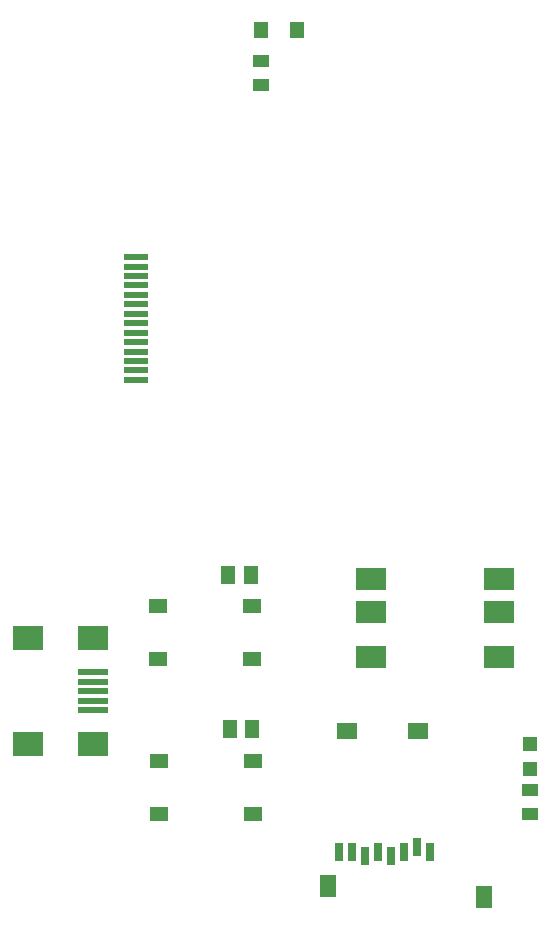
<source format=gtp>
G75*
%MOIN*%
%OFA0B0*%
%FSLAX25Y25*%
%IPPOS*%
%LPD*%
%AMOC8*
5,1,8,0,0,1.08239X$1,22.5*
%
%ADD10R,0.04724X0.04724*%
%ADD11R,0.05512X0.04331*%
%ADD12R,0.05118X0.05906*%
%ADD13R,0.06102X0.05118*%
%ADD14R,0.09843X0.01969*%
%ADD15R,0.09843X0.07874*%
%ADD16R,0.05512X0.07480*%
%ADD17R,0.07087X0.05512*%
%ADD18R,0.02756X0.05906*%
%ADD19R,0.04724X0.05512*%
%ADD20R,0.10000X0.07600*%
%ADD21R,0.07874X0.01969*%
D10*
X0181512Y0051236D03*
X0181512Y0059504D03*
D11*
X0181354Y0044189D03*
X0181354Y0036315D03*
X0091945Y0279346D03*
X0091945Y0287220D03*
D12*
X0088362Y0115724D03*
X0080882Y0115724D03*
X0081354Y0064425D03*
X0088835Y0064425D03*
D13*
X0057791Y0036236D03*
X0057791Y0053953D03*
X0089091Y0053953D03*
X0089091Y0036236D03*
X0088776Y0087850D03*
X0088776Y0105567D03*
X0057476Y0105567D03*
X0057476Y0087850D03*
D14*
X0035803Y0083480D03*
X0035803Y0080331D03*
X0035803Y0077181D03*
X0035803Y0074031D03*
X0035803Y0070882D03*
D15*
X0035803Y0059465D03*
X0014150Y0059465D03*
X0014150Y0094898D03*
X0035803Y0094898D03*
D16*
X0114346Y0012220D03*
X0166315Y0008677D03*
D17*
X0144268Y0063795D03*
X0120646Y0063795D03*
D18*
X0122220Y0023638D03*
X0117890Y0023638D03*
X0126551Y0022063D03*
X0130882Y0023638D03*
X0135213Y0022063D03*
X0139543Y0023638D03*
X0143874Y0025213D03*
X0148205Y0023638D03*
D19*
X0103756Y0297457D03*
X0091945Y0297457D03*
D20*
X0128569Y0114681D03*
X0128569Y0103431D03*
X0128569Y0088431D03*
X0171069Y0088431D03*
X0171069Y0103431D03*
X0171069Y0114681D03*
D21*
X0050213Y0180921D03*
X0050213Y0184071D03*
X0050213Y0187220D03*
X0050213Y0190370D03*
X0050213Y0193520D03*
X0050213Y0196669D03*
X0050213Y0199819D03*
X0050213Y0202969D03*
X0050213Y0206118D03*
X0050213Y0209268D03*
X0050213Y0212417D03*
X0050213Y0215567D03*
X0050213Y0218717D03*
X0050213Y0221866D03*
M02*

</source>
